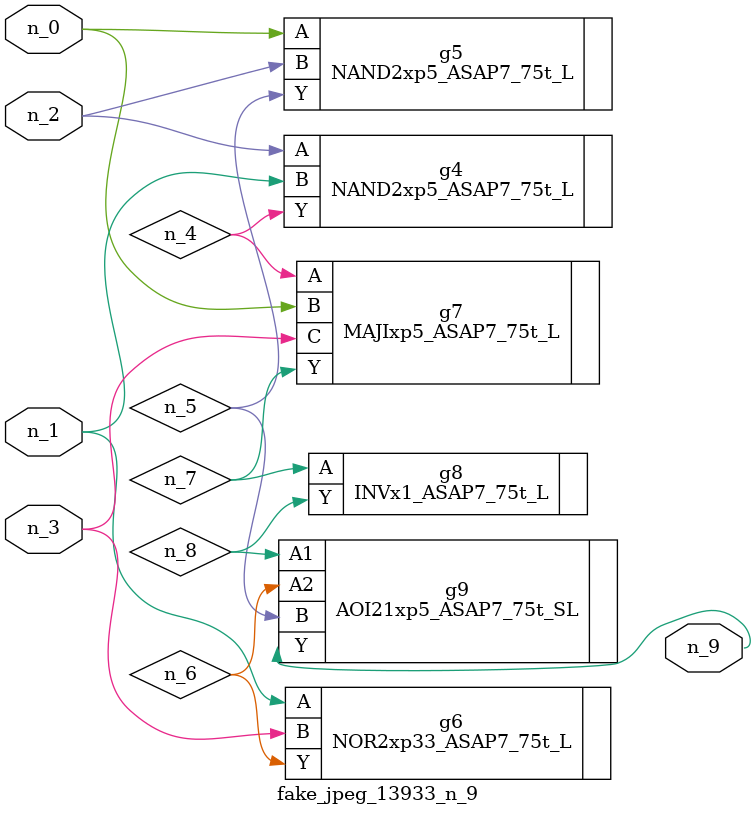
<source format=v>
module fake_jpeg_13933_n_9 (n_0, n_3, n_2, n_1, n_9);

input n_0;
input n_3;
input n_2;
input n_1;

output n_9;

wire n_4;
wire n_8;
wire n_6;
wire n_5;
wire n_7;

NAND2xp5_ASAP7_75t_L g4 ( 
.A(n_2),
.B(n_1),
.Y(n_4)
);

NAND2xp5_ASAP7_75t_L g5 ( 
.A(n_0),
.B(n_2),
.Y(n_5)
);

NOR2xp33_ASAP7_75t_L g6 ( 
.A(n_1),
.B(n_3),
.Y(n_6)
);

MAJIxp5_ASAP7_75t_L g7 ( 
.A(n_4),
.B(n_0),
.C(n_3),
.Y(n_7)
);

INVx1_ASAP7_75t_L g8 ( 
.A(n_7),
.Y(n_8)
);

AOI21xp5_ASAP7_75t_SL g9 ( 
.A1(n_8),
.A2(n_6),
.B(n_5),
.Y(n_9)
);


endmodule
</source>
